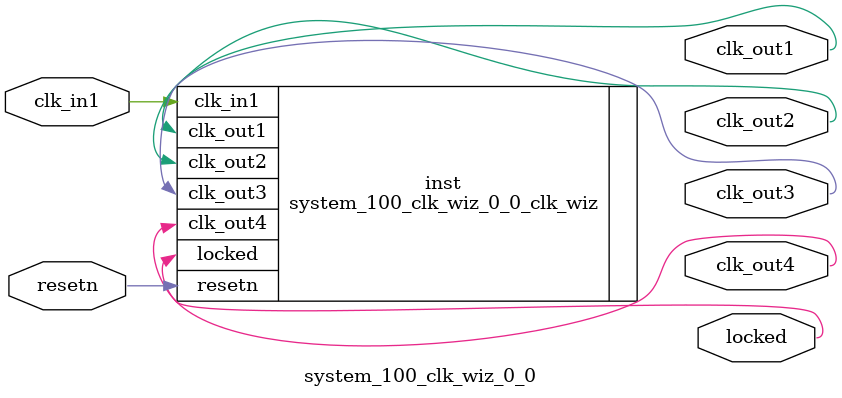
<source format=v>


`timescale 1ps/1ps

(* CORE_GENERATION_INFO = "system_100_clk_wiz_0_0,clk_wiz_v6_0_6_0_0,{component_name=system_100_clk_wiz_0_0,use_phase_alignment=true,use_min_o_jitter=false,use_max_i_jitter=false,use_dyn_phase_shift=false,use_inclk_switchover=false,use_dyn_reconfig=false,enable_axi=0,feedback_source=FDBK_AUTO,PRIMITIVE=MMCM,num_out_clk=4,clkin1_period=10.000,clkin2_period=10.000,use_power_down=false,use_reset=true,use_locked=true,use_inclk_stopped=false,feedback_type=SINGLE,CLOCK_MGR_TYPE=NA,manual_override=false}" *)

module system_100_clk_wiz_0_0 
 (
  // Clock out ports
  output        clk_out1,
  output        clk_out2,
  output        clk_out3,
  output        clk_out4,
  // Status and control signals
  input         resetn,
  output        locked,
 // Clock in ports
  input         clk_in1
 );

  system_100_clk_wiz_0_0_clk_wiz inst
  (
  // Clock out ports  
  .clk_out1(clk_out1),
  .clk_out2(clk_out2),
  .clk_out3(clk_out3),
  .clk_out4(clk_out4),
  // Status and control signals               
  .resetn(resetn), 
  .locked(locked),
 // Clock in ports
  .clk_in1(clk_in1)
  );

endmodule

</source>
